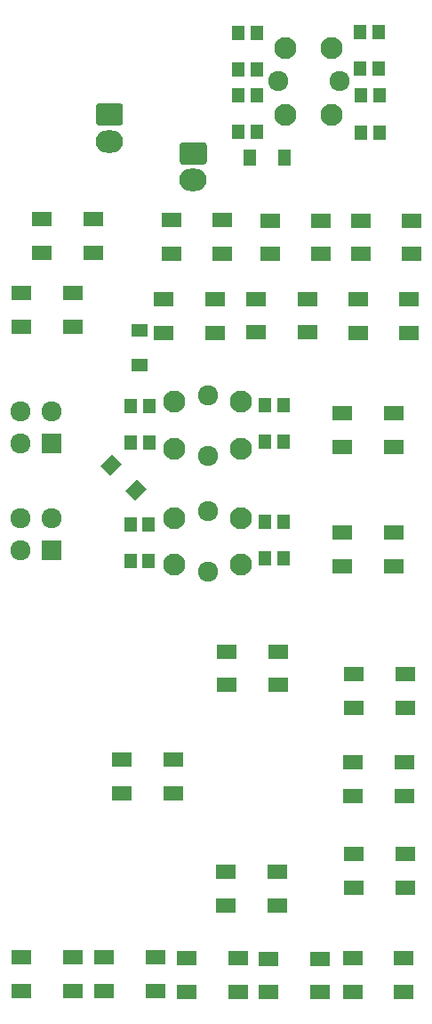
<source format=gbr>
G04 #@! TF.GenerationSoftware,KiCad,Pcbnew,(5.1.6)-1*
G04 #@! TF.CreationDate,2020-11-25T12:38:54+11:00*
G04 #@! TF.ProjectId,MasterModePushbutton,4d617374-6572-44d6-9f64-655075736862,rev?*
G04 #@! TF.SameCoordinates,Original*
G04 #@! TF.FileFunction,Soldermask,Top*
G04 #@! TF.FilePolarity,Negative*
%FSLAX46Y46*%
G04 Gerber Fmt 4.6, Leading zero omitted, Abs format (unit mm)*
G04 Created by KiCad (PCBNEW (5.1.6)-1) date 2020-11-25 12:38:54*
%MOMM*%
%LPD*%
G01*
G04 APERTURE LIST*
%ADD10R,1.600000X1.300000*%
%ADD11R,1.300000X1.600000*%
%ADD12C,0.100000*%
%ADD13R,1.250000X1.400000*%
%ADD14C,1.920000*%
%ADD15R,1.920000X1.920000*%
%ADD16R,1.900000X1.400000*%
%ADD17C,1.924000*%
%ADD18C,2.100000*%
%ADD19O,2.590000X2.140000*%
G04 APERTURE END LIST*
D10*
X214789520Y-86998980D03*
X214789520Y-90298980D03*
D11*
X225296960Y-70524540D03*
X228596960Y-70524540D03*
D12*
G36*
X213152039Y-99688568D02*
G01*
X212020668Y-100819939D01*
X211101429Y-99900700D01*
X212232800Y-98769329D01*
X213152039Y-99688568D01*
G37*
G36*
X215485491Y-102022020D02*
G01*
X214354120Y-103153391D01*
X213434881Y-102234152D01*
X214566252Y-101102781D01*
X215485491Y-102022020D01*
G37*
D13*
X228516000Y-105198000D03*
X228516000Y-108698000D03*
X226766000Y-105198000D03*
X226766000Y-108698000D03*
X215689000Y-105427000D03*
X215689000Y-108927000D03*
X213939000Y-105427000D03*
X213939000Y-108927000D03*
X228538000Y-94103500D03*
X228538000Y-97603500D03*
X226788000Y-94103500D03*
X226788000Y-97603500D03*
X215737000Y-94179700D03*
X215737000Y-97679700D03*
X213987000Y-94179700D03*
X213987000Y-97679700D03*
D14*
X203468001Y-94705101D03*
X203468001Y-97705100D03*
X206468000Y-94705101D03*
D15*
X206468000Y-97705100D03*
D14*
X203471001Y-104865001D03*
X203471001Y-107865000D03*
X206471000Y-104865001D03*
D15*
X206471000Y-107865000D03*
D13*
X235910000Y-68159700D03*
X235910000Y-64659700D03*
X237660000Y-68159700D03*
X237660000Y-64659700D03*
X235845000Y-62117100D03*
X235845000Y-58617100D03*
X237595000Y-62117100D03*
X237595000Y-58617100D03*
X224251000Y-68108900D03*
X224251000Y-64608900D03*
X226001000Y-68108900D03*
X226001000Y-64608900D03*
X224251000Y-62221300D03*
X224251000Y-58721300D03*
X226001000Y-62221300D03*
X226001000Y-58721300D03*
D16*
X235108000Y-146702000D03*
X235108000Y-149902000D03*
X240008000Y-146702000D03*
X240008000Y-149902000D03*
X227121000Y-146727000D03*
X227121000Y-149927000D03*
X232021000Y-146727000D03*
X232021000Y-149927000D03*
X219321000Y-146676000D03*
X219321000Y-149876000D03*
X224221000Y-146676000D03*
X224221000Y-149876000D03*
X211447000Y-146575000D03*
X211447000Y-149775000D03*
X216347000Y-146575000D03*
X216347000Y-149775000D03*
D17*
X221367000Y-109973000D03*
X221327000Y-104182000D03*
D18*
X224502000Y-109262000D03*
X218152000Y-109262000D03*
X224502000Y-104817000D03*
X218152000Y-104817000D03*
D17*
X221367000Y-98949500D03*
X221327000Y-93158500D03*
D18*
X224502000Y-98238500D03*
X218152000Y-98238500D03*
X224502000Y-93793500D03*
X218152000Y-93793500D03*
D17*
X233850000Y-63262700D03*
X228059000Y-63302700D03*
D18*
X233139000Y-60127700D03*
X233139000Y-66477700D03*
X228694000Y-60127700D03*
X228694000Y-66477700D03*
D19*
X219930000Y-72711500D03*
G36*
G01*
X218942470Y-69101500D02*
X220917530Y-69101500D01*
G75*
G02*
X221225000Y-69408970I0J-307470D01*
G01*
X221225000Y-70934030D01*
G75*
G02*
X220917530Y-71241500I-307470J0D01*
G01*
X218942470Y-71241500D01*
G75*
G02*
X218635000Y-70934030I0J307470D01*
G01*
X218635000Y-69408970D01*
G75*
G02*
X218942470Y-69101500I307470J0D01*
G01*
G37*
X211955000Y-69003100D03*
G36*
G01*
X210967470Y-65393100D02*
X212942530Y-65393100D01*
G75*
G02*
X213250000Y-65700570I0J-307470D01*
G01*
X213250000Y-67225630D01*
G75*
G02*
X212942530Y-67533100I-307470J0D01*
G01*
X210967470Y-67533100D01*
G75*
G02*
X210660000Y-67225630I0J307470D01*
G01*
X210660000Y-65700570D01*
G75*
G02*
X210967470Y-65393100I307470J0D01*
G01*
G37*
D16*
X203550000Y-146625000D03*
X203550000Y-149825000D03*
X208450000Y-146625000D03*
X208450000Y-149825000D03*
X223068000Y-138472000D03*
X223068000Y-141672000D03*
X227968000Y-138472000D03*
X227968000Y-141672000D03*
X235221000Y-136770000D03*
X235221000Y-139970000D03*
X240121000Y-136770000D03*
X240121000Y-139970000D03*
X235170000Y-128083000D03*
X235170000Y-131283000D03*
X240070000Y-128083000D03*
X240070000Y-131283000D03*
X213123000Y-127779000D03*
X213123000Y-130979000D03*
X218023000Y-127779000D03*
X218023000Y-130979000D03*
X235221000Y-119651000D03*
X235221000Y-122851000D03*
X240121000Y-119651000D03*
X240121000Y-122851000D03*
X223108000Y-117517000D03*
X223108000Y-120717000D03*
X228008000Y-117517000D03*
X228008000Y-120717000D03*
X234154000Y-106239000D03*
X234154000Y-109439000D03*
X239054000Y-106239000D03*
X239054000Y-109439000D03*
X234154000Y-94860300D03*
X234154000Y-98060300D03*
X239054000Y-94860300D03*
X239054000Y-98060300D03*
X235616000Y-84014700D03*
X235616000Y-87214700D03*
X240516000Y-84014700D03*
X240516000Y-87214700D03*
X225952000Y-83989100D03*
X225952000Y-87189100D03*
X230852000Y-83989100D03*
X230852000Y-87189100D03*
X217113000Y-84014700D03*
X217113000Y-87214700D03*
X222013000Y-84014700D03*
X222013000Y-87214700D03*
X203573000Y-83430300D03*
X203573000Y-86630300D03*
X208473000Y-83430300D03*
X208473000Y-86630300D03*
X235870000Y-76547100D03*
X235870000Y-79747100D03*
X240770000Y-76547100D03*
X240770000Y-79747100D03*
X227234000Y-76547100D03*
X227234000Y-79747100D03*
X232134000Y-76547100D03*
X232134000Y-79747100D03*
X217836000Y-76521500D03*
X217836000Y-79721500D03*
X222736000Y-76521500D03*
X222736000Y-79721500D03*
X205542000Y-76394700D03*
X205542000Y-79594700D03*
X210442000Y-76394700D03*
X210442000Y-79594700D03*
M02*

</source>
